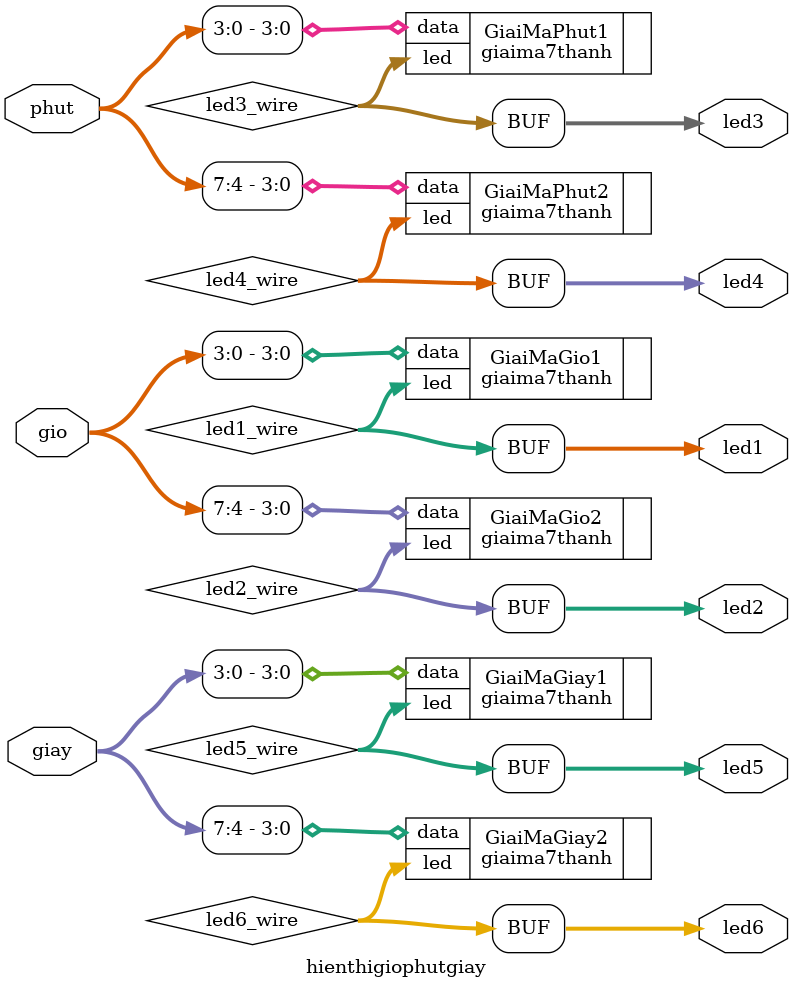
<source format=v>
module hienthigiophutgiay
(
    input wire [7:0] gio,   
    input wire [7:0] phut,
    input wire [7:0] giay, 
    output wire [6:0] led1,  // LED 7 doan thu 1 cho gio
    output wire [6:0] led2,  // LED 7 doan thu 2 cho gio
    output wire [6:0] led3,  // LED 7 doan thu 1 cho phut
    output wire [6:0] led4,  // LED 7 doan thu 2 cho phut
    output wire [6:0] led5,  // LED 7 doan thu 1 cho giay
    output wire [6:0] led6   // LED 7 doan thu 2 cho giay
);

wire [6:0] led6_wire;
wire [6:0] led5_wire;
giaima7thanh GiaiMaGio1(.data(gio[3:0]), .led(led1_wire));  // LED th? nh?t cho gio
giaima7thanh GiaiMaGio2(.data(gio[7:4]), .led(led2_wire));  // LED th? hai cho gio

wire [6:0] led4_wire;
wire [6:0] led3_wire;
giaima7thanh GiaiMaPhut1(.data(phut[3:0]), .led(led3_wire));  // LED th? nh?t cho phut
giaima7thanh GiaiMaPhut2(.data(phut[7:4]), .led(led4_wire));  // LED th? hai cho phut

wire [6:0] led2_wire;
wire [6:0] led1_wire;
giaima7thanh GiaiMaGiay1(.data(giay[3:0]), .led(led5_wire));  // LED th? nh?t cho giay
giaima7thanh GiaiMaGiay2(.data(giay[7:4]), .led(led6_wire));  // LED th? hai cho giay

assign led6 = led6_wire;
assign led5 = led5_wire;
assign led4 = led4_wire;
assign led3 = led3_wire;
assign led2 = led2_wire;
assign led1 = led1_wire;

endmodule

</source>
